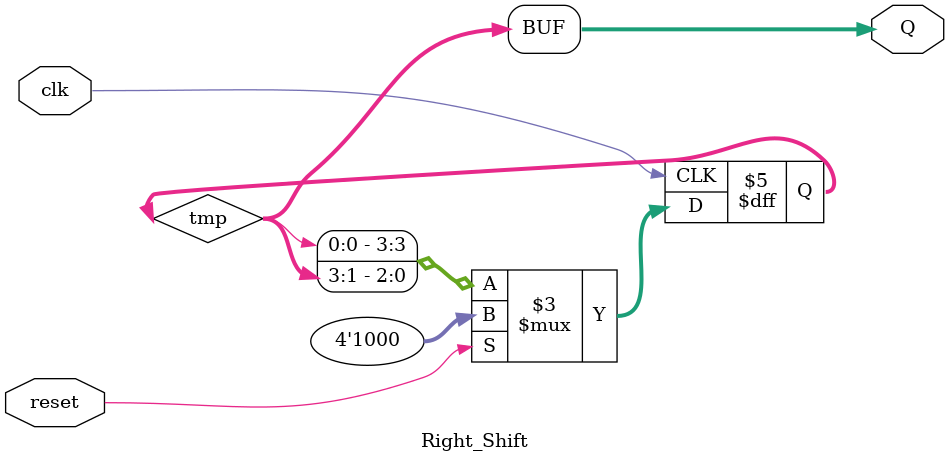
<source format=v>
`timescale 1ns / 1ps

module Right_Shift(
    input clk,
    input reset,
    output [3:0] Q
    );
 reg [3:0] tmp;
 
always @(posedge clk)
begin
if(reset)
tmp<=4'b1000;
else 
tmp<= {tmp[0],tmp[3:1]};           //right shifitng operation
end
assign Q=tmp;
endmodule

</source>
